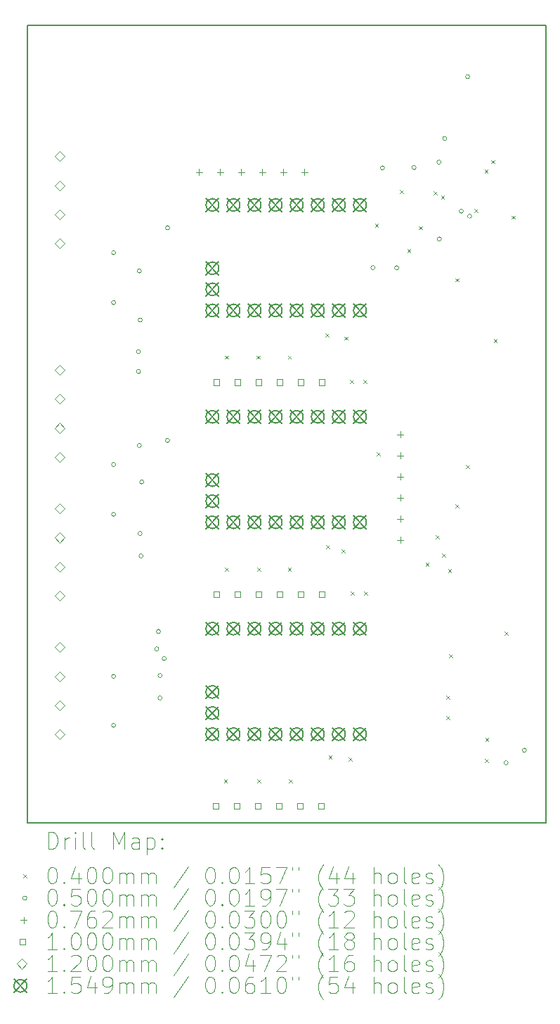
<source format=gbr>
%FSLAX45Y45*%
G04 Gerber Fmt 4.5, Leading zero omitted, Abs format (unit mm)*
G04 Created by KiCad (PCBNEW (5.99.0-1438-g3759799d1)) date 2020-05-11 10:33:17*
%MOMM*%
%LPD*%
G01*
G04 APERTURE LIST*
%TA.AperFunction,Profile*%
%ADD10C,0.200000*%
%TD*%
%ADD11C,-0.000001*%
%ADD12C,0.040000*%
%ADD13C,0.050000*%
%ADD14C,0.076200*%
%ADD15C,0.100000*%
%ADD16C,0.120000*%
%ADD17C,0.154940*%
G04 APERTURE END LIST*
D10*
X9400000Y-3500000D02*
X15650000Y-3500000D01*
X15650000Y-13100000D02*
X9400000Y-13100000D01*
X9400000Y-13100000D02*
X9400000Y-3500000D01*
X15650000Y-3500000D02*
X15650000Y-13100000D01*
D11*
D12*
X11770000Y-12580000D02*
X11810000Y-12620000D01*
X11810000Y-12580000D02*
X11770000Y-12620000D01*
X11780000Y-7480000D02*
X11820000Y-7520000D01*
X11820000Y-7480000D02*
X11780000Y-7520000D01*
X11780000Y-10030000D02*
X11820000Y-10070000D01*
X11820000Y-10030000D02*
X11780000Y-10070000D01*
X12160000Y-7480000D02*
X12200000Y-7520000D01*
X12200000Y-7480000D02*
X12160000Y-7520000D01*
X12170000Y-10030000D02*
X12210000Y-10070000D01*
X12210000Y-10030000D02*
X12170000Y-10070000D01*
X12170000Y-12580000D02*
X12210000Y-12620000D01*
X12210000Y-12580000D02*
X12170000Y-12620000D01*
X12540000Y-7480000D02*
X12580000Y-7520000D01*
X12580000Y-7480000D02*
X12540000Y-7520000D01*
X12540000Y-10030000D02*
X12580000Y-10070000D01*
X12580000Y-10030000D02*
X12540000Y-10070000D01*
X12550000Y-12580000D02*
X12590000Y-12620000D01*
X12590000Y-12580000D02*
X12550000Y-12620000D01*
X12990000Y-7210000D02*
X13030000Y-7250000D01*
X13030000Y-7210000D02*
X12990000Y-7250000D01*
X13000000Y-9760000D02*
X13040000Y-9800000D01*
X13040000Y-9760000D02*
X13000000Y-9800000D01*
X13030000Y-12290000D02*
X13070000Y-12330000D01*
X13070000Y-12290000D02*
X13030000Y-12330000D01*
X13190000Y-9810000D02*
X13230000Y-9850000D01*
X13230000Y-9810000D02*
X13190000Y-9850000D01*
X13220000Y-7250000D02*
X13260000Y-7290000D01*
X13260000Y-7250000D02*
X13220000Y-7290000D01*
X13270000Y-12320000D02*
X13310000Y-12360000D01*
X13310000Y-12320000D02*
X13270000Y-12360000D01*
X13290000Y-7770000D02*
X13330000Y-7810000D01*
X13330000Y-7770000D02*
X13290000Y-7810000D01*
X13300000Y-10320000D02*
X13340000Y-10360000D01*
X13340000Y-10320000D02*
X13300000Y-10360000D01*
X13450000Y-7770000D02*
X13490000Y-7810000D01*
X13490000Y-7770000D02*
X13450000Y-7810000D01*
X13460000Y-10320000D02*
X13500000Y-10360000D01*
X13500000Y-10320000D02*
X13460000Y-10360000D01*
X13590000Y-5890000D02*
X13630000Y-5930000D01*
X13630000Y-5890000D02*
X13590000Y-5930000D01*
X13610000Y-8640000D02*
X13650000Y-8680000D01*
X13650000Y-8640000D02*
X13610000Y-8680000D01*
X13890000Y-5485000D02*
X13930000Y-5525000D01*
X13930000Y-5485000D02*
X13890000Y-5525000D01*
X13980000Y-6195000D02*
X14020000Y-6235000D01*
X14020000Y-6195000D02*
X13980000Y-6235000D01*
X14120000Y-5920000D02*
X14160000Y-5960000D01*
X14160000Y-5920000D02*
X14120000Y-5960000D01*
X14200000Y-9970000D02*
X14240000Y-10010000D01*
X14240000Y-9970000D02*
X14200000Y-10010000D01*
X14295000Y-5502500D02*
X14335000Y-5542500D01*
X14335000Y-5502500D02*
X14295000Y-5542500D01*
X14320000Y-9640000D02*
X14360000Y-9680000D01*
X14360000Y-9640000D02*
X14320000Y-9680000D01*
X14385000Y-5555000D02*
X14425000Y-5595000D01*
X14425000Y-5555000D02*
X14385000Y-5595000D01*
X14400000Y-9860000D02*
X14440000Y-9900000D01*
X14440000Y-9860000D02*
X14400000Y-9900000D01*
X14450000Y-11570000D02*
X14490000Y-11610000D01*
X14490000Y-11570000D02*
X14450000Y-11610000D01*
X14450000Y-11820000D02*
X14490000Y-11860000D01*
X14490000Y-11820000D02*
X14450000Y-11860000D01*
X14470000Y-10050000D02*
X14510000Y-10090000D01*
X14510000Y-10050000D02*
X14470000Y-10090000D01*
X14480000Y-11070000D02*
X14520000Y-11110000D01*
X14520000Y-11070000D02*
X14480000Y-11110000D01*
X14560000Y-6547000D02*
X14600000Y-6587000D01*
X14600000Y-6547000D02*
X14560000Y-6587000D01*
X14560000Y-9270000D02*
X14600000Y-9310000D01*
X14600000Y-9270000D02*
X14560000Y-9310000D01*
X14689000Y-8796000D02*
X14729000Y-8836000D01*
X14729000Y-8796000D02*
X14689000Y-8836000D01*
X14790000Y-5715000D02*
X14830000Y-5755000D01*
X14830000Y-5715000D02*
X14790000Y-5755000D01*
X14910000Y-5240000D02*
X14950000Y-5280000D01*
X14950000Y-5240000D02*
X14910000Y-5280000D01*
X14916000Y-12335000D02*
X14956000Y-12375000D01*
X14956000Y-12335000D02*
X14916000Y-12375000D01*
X14920000Y-12080000D02*
X14960000Y-12120000D01*
X14960000Y-12080000D02*
X14920000Y-12120000D01*
X14990000Y-5125000D02*
X15030000Y-5165000D01*
X15030000Y-5125000D02*
X14990000Y-5165000D01*
X15020000Y-7280000D02*
X15060000Y-7320000D01*
X15060000Y-7280000D02*
X15020000Y-7320000D01*
X15150000Y-10800000D02*
X15190000Y-10840000D01*
X15190000Y-10800000D02*
X15150000Y-10840000D01*
X15235000Y-5795000D02*
X15275000Y-5835000D01*
X15275000Y-5795000D02*
X15235000Y-5835000D01*
D13*
X10465000Y-6240000D02*
G75*
G03*
X10465000Y-6240000I-25000J0D01*
G01*
X10465000Y-6840000D02*
G75*
G03*
X10465000Y-6840000I-25000J0D01*
G01*
X10465000Y-8790000D02*
G75*
G03*
X10465000Y-8790000I-25000J0D01*
G01*
X10465000Y-9390000D02*
G75*
G03*
X10465000Y-9390000I-25000J0D01*
G01*
X10465000Y-11340000D02*
G75*
G03*
X10465000Y-11340000I-25000J0D01*
G01*
X10465000Y-11930000D02*
G75*
G03*
X10465000Y-11930000I-25000J0D01*
G01*
X10765000Y-7430000D02*
G75*
G03*
X10765000Y-7430000I-25000J0D01*
G01*
X10765000Y-7670000D02*
G75*
G03*
X10765000Y-7670000I-25000J0D01*
G01*
X10775000Y-6460000D02*
G75*
G03*
X10775000Y-6460000I-25000J0D01*
G01*
X10775000Y-8560000D02*
G75*
G03*
X10775000Y-8560000I-25000J0D01*
G01*
X10785000Y-7050000D02*
G75*
G03*
X10785000Y-7050000I-25000J0D01*
G01*
X10785000Y-9620000D02*
G75*
G03*
X10785000Y-9620000I-25000J0D01*
G01*
X10795000Y-9890000D02*
G75*
G03*
X10795000Y-9890000I-25000J0D01*
G01*
X10805000Y-9000000D02*
G75*
G03*
X10805000Y-9000000I-25000J0D01*
G01*
X10985000Y-11010000D02*
G75*
G03*
X10985000Y-11010000I-25000J0D01*
G01*
X11005000Y-10800000D02*
G75*
G03*
X11005000Y-10800000I-25000J0D01*
G01*
X11025000Y-11330000D02*
G75*
G03*
X11025000Y-11330000I-25000J0D01*
G01*
X11025000Y-11600000D02*
G75*
G03*
X11025000Y-11600000I-25000J0D01*
G01*
X11075000Y-11125000D02*
G75*
G03*
X11075000Y-11125000I-25000J0D01*
G01*
X11115000Y-5940000D02*
G75*
G03*
X11115000Y-5940000I-25000J0D01*
G01*
X11115000Y-8500000D02*
G75*
G03*
X11115000Y-8500000I-25000J0D01*
G01*
X13590000Y-6420000D02*
G75*
G03*
X13590000Y-6420000I-25000J0D01*
G01*
X13705000Y-5220000D02*
G75*
G03*
X13705000Y-5220000I-25000J0D01*
G01*
X13876967Y-6421967D02*
G75*
G03*
X13876967Y-6421967I-25000J0D01*
G01*
X14085000Y-5215000D02*
G75*
G03*
X14085000Y-5215000I-25000J0D01*
G01*
X14385000Y-5150000D02*
G75*
G03*
X14385000Y-5150000I-25000J0D01*
G01*
X14390000Y-6075000D02*
G75*
G03*
X14390000Y-6075000I-25000J0D01*
G01*
X14455000Y-4865000D02*
G75*
G03*
X14455000Y-4865000I-25000J0D01*
G01*
X14655000Y-5740000D02*
G75*
G03*
X14655000Y-5740000I-25000J0D01*
G01*
X14730000Y-4120000D02*
G75*
G03*
X14730000Y-4120000I-25000J0D01*
G01*
X14755000Y-5800000D02*
G75*
G03*
X14755000Y-5800000I-25000J0D01*
G01*
X15195000Y-12380000D02*
G75*
G03*
X15195000Y-12380000I-25000J0D01*
G01*
X15415000Y-12230000D02*
G75*
G03*
X15415000Y-12230000I-25000J0D01*
G01*
D14*
X13895000Y-8391900D02*
X13895000Y-8468100D01*
X13856900Y-8430000D02*
X13933100Y-8430000D01*
X13895000Y-8645900D02*
X13895000Y-8722100D01*
X13856900Y-8684000D02*
X13933100Y-8684000D01*
X13895000Y-8899900D02*
X13895000Y-8976100D01*
X13856900Y-8938000D02*
X13933100Y-8938000D01*
X13895000Y-9153900D02*
X13895000Y-9230100D01*
X13856900Y-9192000D02*
X13933100Y-9192000D01*
X13895000Y-9407900D02*
X13895000Y-9484100D01*
X13856900Y-9446000D02*
X13933100Y-9446000D01*
X13895000Y-9661900D02*
X13895000Y-9738100D01*
X13856900Y-9700000D02*
X13933100Y-9700000D01*
X11470000Y-5231900D02*
X11470000Y-5308100D01*
X11431900Y-5270000D02*
X11508100Y-5270000D01*
X11724000Y-5231900D02*
X11724000Y-5308100D01*
X11685900Y-5270000D02*
X11762100Y-5270000D01*
X11978000Y-5231900D02*
X11978000Y-5308100D01*
X11939900Y-5270000D02*
X12016100Y-5270000D01*
X12232000Y-5231900D02*
X12232000Y-5308100D01*
X12193900Y-5270000D02*
X12270100Y-5270000D01*
X12486000Y-5231900D02*
X12486000Y-5308100D01*
X12447900Y-5270000D02*
X12524100Y-5270000D01*
X12740000Y-5231900D02*
X12740000Y-5308100D01*
X12701900Y-5270000D02*
X12778100Y-5270000D01*
D15*
X11715356Y-10385356D02*
X11715356Y-10314644D01*
X11644644Y-10314644D01*
X11644644Y-10385356D01*
X11715356Y-10385356D01*
X11969356Y-10385356D02*
X11969356Y-10314644D01*
X11898644Y-10314644D01*
X11898644Y-10385356D01*
X11969356Y-10385356D01*
X12223356Y-10385356D02*
X12223356Y-10314644D01*
X12152644Y-10314644D01*
X12152644Y-10385356D01*
X12223356Y-10385356D01*
X12477356Y-10385356D02*
X12477356Y-10314644D01*
X12406644Y-10314644D01*
X12406644Y-10385356D01*
X12477356Y-10385356D01*
X12731356Y-10385356D02*
X12731356Y-10314644D01*
X12660644Y-10314644D01*
X12660644Y-10385356D01*
X12731356Y-10385356D01*
X12985356Y-10385356D02*
X12985356Y-10314644D01*
X12914644Y-10314644D01*
X12914644Y-10385356D01*
X12985356Y-10385356D01*
X11715356Y-7835356D02*
X11715356Y-7764644D01*
X11644644Y-7764644D01*
X11644644Y-7835356D01*
X11715356Y-7835356D01*
X11969356Y-7835356D02*
X11969356Y-7764644D01*
X11898644Y-7764644D01*
X11898644Y-7835356D01*
X11969356Y-7835356D01*
X12223356Y-7835356D02*
X12223356Y-7764644D01*
X12152644Y-7764644D01*
X12152644Y-7835356D01*
X12223356Y-7835356D01*
X12477356Y-7835356D02*
X12477356Y-7764644D01*
X12406644Y-7764644D01*
X12406644Y-7835356D01*
X12477356Y-7835356D01*
X12731356Y-7835356D02*
X12731356Y-7764644D01*
X12660644Y-7764644D01*
X12660644Y-7835356D01*
X12731356Y-7835356D01*
X12985356Y-7835356D02*
X12985356Y-7764644D01*
X12914644Y-7764644D01*
X12914644Y-7835356D01*
X12985356Y-7835356D01*
X11705356Y-12935356D02*
X11705356Y-12864644D01*
X11634644Y-12864644D01*
X11634644Y-12935356D01*
X11705356Y-12935356D01*
X11959356Y-12935356D02*
X11959356Y-12864644D01*
X11888644Y-12864644D01*
X11888644Y-12935356D01*
X11959356Y-12935356D01*
X12213356Y-12935356D02*
X12213356Y-12864644D01*
X12142644Y-12864644D01*
X12142644Y-12935356D01*
X12213356Y-12935356D01*
X12467356Y-12935356D02*
X12467356Y-12864644D01*
X12396644Y-12864644D01*
X12396644Y-12935356D01*
X12467356Y-12935356D01*
X12721356Y-12935356D02*
X12721356Y-12864644D01*
X12650644Y-12864644D01*
X12650644Y-12935356D01*
X12721356Y-12935356D01*
X12975356Y-12935356D02*
X12975356Y-12864644D01*
X12904644Y-12864644D01*
X12904644Y-12935356D01*
X12975356Y-12935356D01*
D16*
X9790000Y-11050000D02*
X9850000Y-10990000D01*
X9790000Y-10930000D01*
X9730000Y-10990000D01*
X9790000Y-11050000D01*
X9790000Y-11400000D02*
X9850000Y-11340000D01*
X9790000Y-11280000D01*
X9730000Y-11340000D01*
X9790000Y-11400000D01*
X9790000Y-11750000D02*
X9850000Y-11690000D01*
X9790000Y-11630000D01*
X9730000Y-11690000D01*
X9790000Y-11750000D01*
X9790000Y-12100000D02*
X9850000Y-12040000D01*
X9790000Y-11980000D01*
X9730000Y-12040000D01*
X9790000Y-12100000D01*
X9790000Y-9380000D02*
X9850000Y-9320000D01*
X9790000Y-9260000D01*
X9730000Y-9320000D01*
X9790000Y-9380000D01*
X9790000Y-9730000D02*
X9850000Y-9670000D01*
X9790000Y-9610000D01*
X9730000Y-9670000D01*
X9790000Y-9730000D01*
X9790000Y-10080000D02*
X9850000Y-10020000D01*
X9790000Y-9960000D01*
X9730000Y-10020000D01*
X9790000Y-10080000D01*
X9790000Y-10430000D02*
X9850000Y-10370000D01*
X9790000Y-10310000D01*
X9730000Y-10370000D01*
X9790000Y-10430000D01*
X9790000Y-5140000D02*
X9850000Y-5080000D01*
X9790000Y-5020000D01*
X9730000Y-5080000D01*
X9790000Y-5140000D01*
X9790000Y-5490000D02*
X9850000Y-5430000D01*
X9790000Y-5370000D01*
X9730000Y-5430000D01*
X9790000Y-5490000D01*
X9790000Y-5840000D02*
X9850000Y-5780000D01*
X9790000Y-5720000D01*
X9730000Y-5780000D01*
X9790000Y-5840000D01*
X9790000Y-6190000D02*
X9850000Y-6130000D01*
X9790000Y-6070000D01*
X9730000Y-6130000D01*
X9790000Y-6190000D01*
X9790000Y-7710000D02*
X9850000Y-7650000D01*
X9790000Y-7590000D01*
X9730000Y-7650000D01*
X9790000Y-7710000D01*
X9790000Y-8060000D02*
X9850000Y-8000000D01*
X9790000Y-7940000D01*
X9730000Y-8000000D01*
X9790000Y-8060000D01*
X9790000Y-8410000D02*
X9850000Y-8350000D01*
X9790000Y-8290000D01*
X9730000Y-8350000D01*
X9790000Y-8410000D01*
X9790000Y-8760000D02*
X9850000Y-8700000D01*
X9790000Y-8640000D01*
X9730000Y-8700000D01*
X9790000Y-8760000D01*
D17*
X11553530Y-10687530D02*
X11708470Y-10842470D01*
X11708470Y-10687530D02*
X11553530Y-10842470D01*
X11708470Y-10765000D02*
G75*
G03*
X11708470Y-10765000I-77470J0D01*
G01*
X11553530Y-11449530D02*
X11708470Y-11604470D01*
X11708470Y-11449530D02*
X11553530Y-11604470D01*
X11708470Y-11527000D02*
G75*
G03*
X11708470Y-11527000I-77470J0D01*
G01*
X11553530Y-11703530D02*
X11708470Y-11858470D01*
X11708470Y-11703530D02*
X11553530Y-11858470D01*
X11708470Y-11781000D02*
G75*
G03*
X11708470Y-11781000I-77470J0D01*
G01*
X11553530Y-11957530D02*
X11708470Y-12112470D01*
X11708470Y-11957530D02*
X11553530Y-12112470D01*
X11708470Y-12035000D02*
G75*
G03*
X11708470Y-12035000I-77470J0D01*
G01*
X11807530Y-10687530D02*
X11962470Y-10842470D01*
X11962470Y-10687530D02*
X11807530Y-10842470D01*
X11962470Y-10765000D02*
G75*
G03*
X11962470Y-10765000I-77470J0D01*
G01*
X11807530Y-11957530D02*
X11962470Y-12112470D01*
X11962470Y-11957530D02*
X11807530Y-12112470D01*
X11962470Y-12035000D02*
G75*
G03*
X11962470Y-12035000I-77470J0D01*
G01*
X12061530Y-10687530D02*
X12216470Y-10842470D01*
X12216470Y-10687530D02*
X12061530Y-10842470D01*
X12216470Y-10765000D02*
G75*
G03*
X12216470Y-10765000I-77470J0D01*
G01*
X12061530Y-11957530D02*
X12216470Y-12112470D01*
X12216470Y-11957530D02*
X12061530Y-12112470D01*
X12216470Y-12035000D02*
G75*
G03*
X12216470Y-12035000I-77470J0D01*
G01*
X12315530Y-10687530D02*
X12470470Y-10842470D01*
X12470470Y-10687530D02*
X12315530Y-10842470D01*
X12470470Y-10765000D02*
G75*
G03*
X12470470Y-10765000I-77470J0D01*
G01*
X12315530Y-11957530D02*
X12470470Y-12112470D01*
X12470470Y-11957530D02*
X12315530Y-12112470D01*
X12470470Y-12035000D02*
G75*
G03*
X12470470Y-12035000I-77470J0D01*
G01*
X12569530Y-10687530D02*
X12724470Y-10842470D01*
X12724470Y-10687530D02*
X12569530Y-10842470D01*
X12724470Y-10765000D02*
G75*
G03*
X12724470Y-10765000I-77470J0D01*
G01*
X12569530Y-11957530D02*
X12724470Y-12112470D01*
X12724470Y-11957530D02*
X12569530Y-12112470D01*
X12724470Y-12035000D02*
G75*
G03*
X12724470Y-12035000I-77470J0D01*
G01*
X12823530Y-10687530D02*
X12978470Y-10842470D01*
X12978470Y-10687530D02*
X12823530Y-10842470D01*
X12978470Y-10765000D02*
G75*
G03*
X12978470Y-10765000I-77470J0D01*
G01*
X12823530Y-11957530D02*
X12978470Y-12112470D01*
X12978470Y-11957530D02*
X12823530Y-12112470D01*
X12978470Y-12035000D02*
G75*
G03*
X12978470Y-12035000I-77470J0D01*
G01*
X13077530Y-10687530D02*
X13232470Y-10842470D01*
X13232470Y-10687530D02*
X13077530Y-10842470D01*
X13232470Y-10765000D02*
G75*
G03*
X13232470Y-10765000I-77470J0D01*
G01*
X13077530Y-11957530D02*
X13232470Y-12112470D01*
X13232470Y-11957530D02*
X13077530Y-12112470D01*
X13232470Y-12035000D02*
G75*
G03*
X13232470Y-12035000I-77470J0D01*
G01*
X13331530Y-10687530D02*
X13486470Y-10842470D01*
X13486470Y-10687530D02*
X13331530Y-10842470D01*
X13486470Y-10765000D02*
G75*
G03*
X13486470Y-10765000I-77470J0D01*
G01*
X13331530Y-11957530D02*
X13486470Y-12112470D01*
X13486470Y-11957530D02*
X13331530Y-12112470D01*
X13486470Y-12035000D02*
G75*
G03*
X13486470Y-12035000I-77470J0D01*
G01*
X11553530Y-8137530D02*
X11708470Y-8292470D01*
X11708470Y-8137530D02*
X11553530Y-8292470D01*
X11708470Y-8215000D02*
G75*
G03*
X11708470Y-8215000I-77470J0D01*
G01*
X11553530Y-8899530D02*
X11708470Y-9054470D01*
X11708470Y-8899530D02*
X11553530Y-9054470D01*
X11708470Y-8977000D02*
G75*
G03*
X11708470Y-8977000I-77470J0D01*
G01*
X11553530Y-9153530D02*
X11708470Y-9308470D01*
X11708470Y-9153530D02*
X11553530Y-9308470D01*
X11708470Y-9231000D02*
G75*
G03*
X11708470Y-9231000I-77470J0D01*
G01*
X11553530Y-9407530D02*
X11708470Y-9562470D01*
X11708470Y-9407530D02*
X11553530Y-9562470D01*
X11708470Y-9485000D02*
G75*
G03*
X11708470Y-9485000I-77470J0D01*
G01*
X11807530Y-8137530D02*
X11962470Y-8292470D01*
X11962470Y-8137530D02*
X11807530Y-8292470D01*
X11962470Y-8215000D02*
G75*
G03*
X11962470Y-8215000I-77470J0D01*
G01*
X11807530Y-9407530D02*
X11962470Y-9562470D01*
X11962470Y-9407530D02*
X11807530Y-9562470D01*
X11962470Y-9485000D02*
G75*
G03*
X11962470Y-9485000I-77470J0D01*
G01*
X12061530Y-8137530D02*
X12216470Y-8292470D01*
X12216470Y-8137530D02*
X12061530Y-8292470D01*
X12216470Y-8215000D02*
G75*
G03*
X12216470Y-8215000I-77470J0D01*
G01*
X12061530Y-9407530D02*
X12216470Y-9562470D01*
X12216470Y-9407530D02*
X12061530Y-9562470D01*
X12216470Y-9485000D02*
G75*
G03*
X12216470Y-9485000I-77470J0D01*
G01*
X12315530Y-8137530D02*
X12470470Y-8292470D01*
X12470470Y-8137530D02*
X12315530Y-8292470D01*
X12470470Y-8215000D02*
G75*
G03*
X12470470Y-8215000I-77470J0D01*
G01*
X12315530Y-9407530D02*
X12470470Y-9562470D01*
X12470470Y-9407530D02*
X12315530Y-9562470D01*
X12470470Y-9485000D02*
G75*
G03*
X12470470Y-9485000I-77470J0D01*
G01*
X12569530Y-8137530D02*
X12724470Y-8292470D01*
X12724470Y-8137530D02*
X12569530Y-8292470D01*
X12724470Y-8215000D02*
G75*
G03*
X12724470Y-8215000I-77470J0D01*
G01*
X12569530Y-9407530D02*
X12724470Y-9562470D01*
X12724470Y-9407530D02*
X12569530Y-9562470D01*
X12724470Y-9485000D02*
G75*
G03*
X12724470Y-9485000I-77470J0D01*
G01*
X12823530Y-8137530D02*
X12978470Y-8292470D01*
X12978470Y-8137530D02*
X12823530Y-8292470D01*
X12978470Y-8215000D02*
G75*
G03*
X12978470Y-8215000I-77470J0D01*
G01*
X12823530Y-9407530D02*
X12978470Y-9562470D01*
X12978470Y-9407530D02*
X12823530Y-9562470D01*
X12978470Y-9485000D02*
G75*
G03*
X12978470Y-9485000I-77470J0D01*
G01*
X13077530Y-8137530D02*
X13232470Y-8292470D01*
X13232470Y-8137530D02*
X13077530Y-8292470D01*
X13232470Y-8215000D02*
G75*
G03*
X13232470Y-8215000I-77470J0D01*
G01*
X13077530Y-9407530D02*
X13232470Y-9562470D01*
X13232470Y-9407530D02*
X13077530Y-9562470D01*
X13232470Y-9485000D02*
G75*
G03*
X13232470Y-9485000I-77470J0D01*
G01*
X13331530Y-8137530D02*
X13486470Y-8292470D01*
X13486470Y-8137530D02*
X13331530Y-8292470D01*
X13486470Y-8215000D02*
G75*
G03*
X13486470Y-8215000I-77470J0D01*
G01*
X13331530Y-9407530D02*
X13486470Y-9562470D01*
X13486470Y-9407530D02*
X13331530Y-9562470D01*
X13486470Y-9485000D02*
G75*
G03*
X13486470Y-9485000I-77470J0D01*
G01*
X11553530Y-5587530D02*
X11708470Y-5742470D01*
X11708470Y-5587530D02*
X11553530Y-5742470D01*
X11708470Y-5665000D02*
G75*
G03*
X11708470Y-5665000I-77470J0D01*
G01*
X11553530Y-6349530D02*
X11708470Y-6504470D01*
X11708470Y-6349530D02*
X11553530Y-6504470D01*
X11708470Y-6427000D02*
G75*
G03*
X11708470Y-6427000I-77470J0D01*
G01*
X11553530Y-6603530D02*
X11708470Y-6758470D01*
X11708470Y-6603530D02*
X11553530Y-6758470D01*
X11708470Y-6681000D02*
G75*
G03*
X11708470Y-6681000I-77470J0D01*
G01*
X11553530Y-6857530D02*
X11708470Y-7012470D01*
X11708470Y-6857530D02*
X11553530Y-7012470D01*
X11708470Y-6935000D02*
G75*
G03*
X11708470Y-6935000I-77470J0D01*
G01*
X11807530Y-5587530D02*
X11962470Y-5742470D01*
X11962470Y-5587530D02*
X11807530Y-5742470D01*
X11962470Y-5665000D02*
G75*
G03*
X11962470Y-5665000I-77470J0D01*
G01*
X11807530Y-6857530D02*
X11962470Y-7012470D01*
X11962470Y-6857530D02*
X11807530Y-7012470D01*
X11962470Y-6935000D02*
G75*
G03*
X11962470Y-6935000I-77470J0D01*
G01*
X12061530Y-5587530D02*
X12216470Y-5742470D01*
X12216470Y-5587530D02*
X12061530Y-5742470D01*
X12216470Y-5665000D02*
G75*
G03*
X12216470Y-5665000I-77470J0D01*
G01*
X12061530Y-6857530D02*
X12216470Y-7012470D01*
X12216470Y-6857530D02*
X12061530Y-7012470D01*
X12216470Y-6935000D02*
G75*
G03*
X12216470Y-6935000I-77470J0D01*
G01*
X12315530Y-5587530D02*
X12470470Y-5742470D01*
X12470470Y-5587530D02*
X12315530Y-5742470D01*
X12470470Y-5665000D02*
G75*
G03*
X12470470Y-5665000I-77470J0D01*
G01*
X12315530Y-6857530D02*
X12470470Y-7012470D01*
X12470470Y-6857530D02*
X12315530Y-7012470D01*
X12470470Y-6935000D02*
G75*
G03*
X12470470Y-6935000I-77470J0D01*
G01*
X12569530Y-5587530D02*
X12724470Y-5742470D01*
X12724470Y-5587530D02*
X12569530Y-5742470D01*
X12724470Y-5665000D02*
G75*
G03*
X12724470Y-5665000I-77470J0D01*
G01*
X12569530Y-6857530D02*
X12724470Y-7012470D01*
X12724470Y-6857530D02*
X12569530Y-7012470D01*
X12724470Y-6935000D02*
G75*
G03*
X12724470Y-6935000I-77470J0D01*
G01*
X12823530Y-5587530D02*
X12978470Y-5742470D01*
X12978470Y-5587530D02*
X12823530Y-5742470D01*
X12978470Y-5665000D02*
G75*
G03*
X12978470Y-5665000I-77470J0D01*
G01*
X12823530Y-6857530D02*
X12978470Y-7012470D01*
X12978470Y-6857530D02*
X12823530Y-7012470D01*
X12978470Y-6935000D02*
G75*
G03*
X12978470Y-6935000I-77470J0D01*
G01*
X13077530Y-5587530D02*
X13232470Y-5742470D01*
X13232470Y-5587530D02*
X13077530Y-5742470D01*
X13232470Y-5665000D02*
G75*
G03*
X13232470Y-5665000I-77470J0D01*
G01*
X13077530Y-6857530D02*
X13232470Y-7012470D01*
X13232470Y-6857530D02*
X13077530Y-7012470D01*
X13232470Y-6935000D02*
G75*
G03*
X13232470Y-6935000I-77470J0D01*
G01*
X13331530Y-5587530D02*
X13486470Y-5742470D01*
X13486470Y-5587530D02*
X13331530Y-5742470D01*
X13486470Y-5665000D02*
G75*
G03*
X13486470Y-5665000I-77470J0D01*
G01*
X13331530Y-6857530D02*
X13486470Y-7012470D01*
X13486470Y-6857530D02*
X13331530Y-7012470D01*
X13486470Y-6935000D02*
G75*
G03*
X13486470Y-6935000I-77470J0D01*
G01*
D11*
X9652619Y-13415476D02*
X9652619Y-13215476D01*
X9700238Y-13215476D01*
X9728809Y-13225000D01*
X9747857Y-13244048D01*
X9757381Y-13263095D01*
X9766905Y-13301190D01*
X9766905Y-13329762D01*
X9757381Y-13367857D01*
X9747857Y-13386905D01*
X9728809Y-13405952D01*
X9700238Y-13415476D01*
X9652619Y-13415476D01*
X9852619Y-13415476D02*
X9852619Y-13282143D01*
X9852619Y-13320238D02*
X9862143Y-13301190D01*
X9871667Y-13291667D01*
X9890714Y-13282143D01*
X9909762Y-13282143D01*
X9976428Y-13415476D02*
X9976428Y-13282143D01*
X9976428Y-13215476D02*
X9966905Y-13225000D01*
X9976428Y-13234524D01*
X9985952Y-13225000D01*
X9976428Y-13215476D01*
X9976428Y-13234524D01*
X10100238Y-13415476D02*
X10081190Y-13405952D01*
X10071667Y-13386905D01*
X10071667Y-13215476D01*
X10205000Y-13415476D02*
X10185952Y-13405952D01*
X10176428Y-13386905D01*
X10176428Y-13215476D01*
X10433571Y-13415476D02*
X10433571Y-13215476D01*
X10500238Y-13358333D01*
X10566905Y-13215476D01*
X10566905Y-13415476D01*
X10747857Y-13415476D02*
X10747857Y-13310714D01*
X10738333Y-13291667D01*
X10719286Y-13282143D01*
X10681190Y-13282143D01*
X10662143Y-13291667D01*
X10747857Y-13405952D02*
X10728809Y-13415476D01*
X10681190Y-13415476D01*
X10662143Y-13405952D01*
X10652619Y-13386905D01*
X10652619Y-13367857D01*
X10662143Y-13348810D01*
X10681190Y-13339286D01*
X10728809Y-13339286D01*
X10747857Y-13329762D01*
X10843095Y-13282143D02*
X10843095Y-13482143D01*
X10843095Y-13291667D02*
X10862143Y-13282143D01*
X10900238Y-13282143D01*
X10919286Y-13291667D01*
X10928809Y-13301190D01*
X10938333Y-13320238D01*
X10938333Y-13377381D01*
X10928809Y-13396429D01*
X10919286Y-13405952D01*
X10900238Y-13415476D01*
X10862143Y-13415476D01*
X10843095Y-13405952D01*
X11024048Y-13396429D02*
X11033571Y-13405952D01*
X11024048Y-13415476D01*
X11014524Y-13405952D01*
X11024048Y-13396429D01*
X11024048Y-13415476D01*
X11024048Y-13291667D02*
X11033571Y-13301190D01*
X11024048Y-13310714D01*
X11014524Y-13301190D01*
X11024048Y-13291667D01*
X11024048Y-13310714D01*
D12*
X9355000Y-13725000D02*
X9395000Y-13765000D01*
X9395000Y-13725000D02*
X9355000Y-13765000D01*
D11*
X9690714Y-13635476D02*
X9709762Y-13635476D01*
X9728809Y-13645000D01*
X9738333Y-13654524D01*
X9747857Y-13673571D01*
X9757381Y-13711667D01*
X9757381Y-13759286D01*
X9747857Y-13797381D01*
X9738333Y-13816429D01*
X9728809Y-13825952D01*
X9709762Y-13835476D01*
X9690714Y-13835476D01*
X9671667Y-13825952D01*
X9662143Y-13816429D01*
X9652619Y-13797381D01*
X9643095Y-13759286D01*
X9643095Y-13711667D01*
X9652619Y-13673571D01*
X9662143Y-13654524D01*
X9671667Y-13645000D01*
X9690714Y-13635476D01*
X9843095Y-13816429D02*
X9852619Y-13825952D01*
X9843095Y-13835476D01*
X9833571Y-13825952D01*
X9843095Y-13816429D01*
X9843095Y-13835476D01*
X10024048Y-13702143D02*
X10024048Y-13835476D01*
X9976428Y-13625952D02*
X9928809Y-13768810D01*
X10052619Y-13768810D01*
X10166905Y-13635476D02*
X10185952Y-13635476D01*
X10205000Y-13645000D01*
X10214524Y-13654524D01*
X10224048Y-13673571D01*
X10233571Y-13711667D01*
X10233571Y-13759286D01*
X10224048Y-13797381D01*
X10214524Y-13816429D01*
X10205000Y-13825952D01*
X10185952Y-13835476D01*
X10166905Y-13835476D01*
X10147857Y-13825952D01*
X10138333Y-13816429D01*
X10128809Y-13797381D01*
X10119286Y-13759286D01*
X10119286Y-13711667D01*
X10128809Y-13673571D01*
X10138333Y-13654524D01*
X10147857Y-13645000D01*
X10166905Y-13635476D01*
X10357381Y-13635476D02*
X10376428Y-13635476D01*
X10395476Y-13645000D01*
X10405000Y-13654524D01*
X10414524Y-13673571D01*
X10424048Y-13711667D01*
X10424048Y-13759286D01*
X10414524Y-13797381D01*
X10405000Y-13816429D01*
X10395476Y-13825952D01*
X10376428Y-13835476D01*
X10357381Y-13835476D01*
X10338333Y-13825952D01*
X10328809Y-13816429D01*
X10319286Y-13797381D01*
X10309762Y-13759286D01*
X10309762Y-13711667D01*
X10319286Y-13673571D01*
X10328809Y-13654524D01*
X10338333Y-13645000D01*
X10357381Y-13635476D01*
X10509762Y-13835476D02*
X10509762Y-13702143D01*
X10509762Y-13721190D02*
X10519286Y-13711667D01*
X10538333Y-13702143D01*
X10566905Y-13702143D01*
X10585952Y-13711667D01*
X10595476Y-13730714D01*
X10595476Y-13835476D01*
X10595476Y-13730714D02*
X10605000Y-13711667D01*
X10624048Y-13702143D01*
X10652619Y-13702143D01*
X10671667Y-13711667D01*
X10681190Y-13730714D01*
X10681190Y-13835476D01*
X10776428Y-13835476D02*
X10776428Y-13702143D01*
X10776428Y-13721190D02*
X10785952Y-13711667D01*
X10805000Y-13702143D01*
X10833571Y-13702143D01*
X10852619Y-13711667D01*
X10862143Y-13730714D01*
X10862143Y-13835476D01*
X10862143Y-13730714D02*
X10871667Y-13711667D01*
X10890714Y-13702143D01*
X10919286Y-13702143D01*
X10938333Y-13711667D01*
X10947857Y-13730714D01*
X10947857Y-13835476D01*
X11338333Y-13625952D02*
X11166905Y-13883095D01*
X11595476Y-13635476D02*
X11614524Y-13635476D01*
X11633571Y-13645000D01*
X11643095Y-13654524D01*
X11652619Y-13673571D01*
X11662143Y-13711667D01*
X11662143Y-13759286D01*
X11652619Y-13797381D01*
X11643095Y-13816429D01*
X11633571Y-13825952D01*
X11614524Y-13835476D01*
X11595476Y-13835476D01*
X11576428Y-13825952D01*
X11566905Y-13816429D01*
X11557381Y-13797381D01*
X11547857Y-13759286D01*
X11547857Y-13711667D01*
X11557381Y-13673571D01*
X11566905Y-13654524D01*
X11576428Y-13645000D01*
X11595476Y-13635476D01*
X11747857Y-13816429D02*
X11757381Y-13825952D01*
X11747857Y-13835476D01*
X11738333Y-13825952D01*
X11747857Y-13816429D01*
X11747857Y-13835476D01*
X11881190Y-13635476D02*
X11900238Y-13635476D01*
X11919286Y-13645000D01*
X11928809Y-13654524D01*
X11938333Y-13673571D01*
X11947857Y-13711667D01*
X11947857Y-13759286D01*
X11938333Y-13797381D01*
X11928809Y-13816429D01*
X11919286Y-13825952D01*
X11900238Y-13835476D01*
X11881190Y-13835476D01*
X11862143Y-13825952D01*
X11852619Y-13816429D01*
X11843095Y-13797381D01*
X11833571Y-13759286D01*
X11833571Y-13711667D01*
X11843095Y-13673571D01*
X11852619Y-13654524D01*
X11862143Y-13645000D01*
X11881190Y-13635476D01*
X12138333Y-13835476D02*
X12024047Y-13835476D01*
X12081190Y-13835476D02*
X12081190Y-13635476D01*
X12062143Y-13664048D01*
X12043095Y-13683095D01*
X12024047Y-13692619D01*
X12319286Y-13635476D02*
X12224047Y-13635476D01*
X12214524Y-13730714D01*
X12224047Y-13721190D01*
X12243095Y-13711667D01*
X12290714Y-13711667D01*
X12309762Y-13721190D01*
X12319286Y-13730714D01*
X12328809Y-13749762D01*
X12328809Y-13797381D01*
X12319286Y-13816429D01*
X12309762Y-13825952D01*
X12290714Y-13835476D01*
X12243095Y-13835476D01*
X12224047Y-13825952D01*
X12214524Y-13816429D01*
X12395476Y-13635476D02*
X12528809Y-13635476D01*
X12443095Y-13835476D01*
X12595476Y-13635476D02*
X12595476Y-13673571D01*
X12671666Y-13635476D02*
X12671666Y-13673571D01*
X12966905Y-13911667D02*
X12957381Y-13902143D01*
X12938333Y-13873571D01*
X12928809Y-13854524D01*
X12919286Y-13825952D01*
X12909762Y-13778333D01*
X12909762Y-13740238D01*
X12919286Y-13692619D01*
X12928809Y-13664048D01*
X12938333Y-13645000D01*
X12957381Y-13616429D01*
X12966905Y-13606905D01*
X13128809Y-13702143D02*
X13128809Y-13835476D01*
X13081190Y-13625952D02*
X13033571Y-13768810D01*
X13157381Y-13768810D01*
X13319286Y-13702143D02*
X13319286Y-13835476D01*
X13271666Y-13625952D02*
X13224047Y-13768810D01*
X13347857Y-13768810D01*
X13576428Y-13835476D02*
X13576428Y-13635476D01*
X13662143Y-13835476D02*
X13662143Y-13730714D01*
X13652619Y-13711667D01*
X13633571Y-13702143D01*
X13605000Y-13702143D01*
X13585952Y-13711667D01*
X13576428Y-13721190D01*
X13785952Y-13835476D02*
X13766905Y-13825952D01*
X13757381Y-13816429D01*
X13747857Y-13797381D01*
X13747857Y-13740238D01*
X13757381Y-13721190D01*
X13766905Y-13711667D01*
X13785952Y-13702143D01*
X13814524Y-13702143D01*
X13833571Y-13711667D01*
X13843095Y-13721190D01*
X13852619Y-13740238D01*
X13852619Y-13797381D01*
X13843095Y-13816429D01*
X13833571Y-13825952D01*
X13814524Y-13835476D01*
X13785952Y-13835476D01*
X13966905Y-13835476D02*
X13947857Y-13825952D01*
X13938333Y-13806905D01*
X13938333Y-13635476D01*
X14119286Y-13825952D02*
X14100238Y-13835476D01*
X14062143Y-13835476D01*
X14043095Y-13825952D01*
X14033571Y-13806905D01*
X14033571Y-13730714D01*
X14043095Y-13711667D01*
X14062143Y-13702143D01*
X14100238Y-13702143D01*
X14119286Y-13711667D01*
X14128809Y-13730714D01*
X14128809Y-13749762D01*
X14033571Y-13768810D01*
X14205000Y-13825952D02*
X14224047Y-13835476D01*
X14262143Y-13835476D01*
X14281190Y-13825952D01*
X14290714Y-13806905D01*
X14290714Y-13797381D01*
X14281190Y-13778333D01*
X14262143Y-13768810D01*
X14233571Y-13768810D01*
X14214524Y-13759286D01*
X14205000Y-13740238D01*
X14205000Y-13730714D01*
X14214524Y-13711667D01*
X14233571Y-13702143D01*
X14262143Y-13702143D01*
X14281190Y-13711667D01*
X14357381Y-13911667D02*
X14366905Y-13902143D01*
X14385952Y-13873571D01*
X14395476Y-13854524D01*
X14405000Y-13825952D01*
X14414524Y-13778333D01*
X14414524Y-13740238D01*
X14405000Y-13692619D01*
X14395476Y-13664048D01*
X14385952Y-13645000D01*
X14366905Y-13616429D01*
X14357381Y-13606905D01*
D13*
X9395000Y-14009000D02*
G75*
G03*
X9395000Y-14009000I-25000J0D01*
G01*
D11*
X9690714Y-13899476D02*
X9709762Y-13899476D01*
X9728809Y-13909000D01*
X9738333Y-13918524D01*
X9747857Y-13937571D01*
X9757381Y-13975667D01*
X9757381Y-14023286D01*
X9747857Y-14061381D01*
X9738333Y-14080429D01*
X9728809Y-14089952D01*
X9709762Y-14099476D01*
X9690714Y-14099476D01*
X9671667Y-14089952D01*
X9662143Y-14080429D01*
X9652619Y-14061381D01*
X9643095Y-14023286D01*
X9643095Y-13975667D01*
X9652619Y-13937571D01*
X9662143Y-13918524D01*
X9671667Y-13909000D01*
X9690714Y-13899476D01*
X9843095Y-14080429D02*
X9852619Y-14089952D01*
X9843095Y-14099476D01*
X9833571Y-14089952D01*
X9843095Y-14080429D01*
X9843095Y-14099476D01*
X10033571Y-13899476D02*
X9938333Y-13899476D01*
X9928809Y-13994714D01*
X9938333Y-13985190D01*
X9957381Y-13975667D01*
X10005000Y-13975667D01*
X10024048Y-13985190D01*
X10033571Y-13994714D01*
X10043095Y-14013762D01*
X10043095Y-14061381D01*
X10033571Y-14080429D01*
X10024048Y-14089952D01*
X10005000Y-14099476D01*
X9957381Y-14099476D01*
X9938333Y-14089952D01*
X9928809Y-14080429D01*
X10166905Y-13899476D02*
X10185952Y-13899476D01*
X10205000Y-13909000D01*
X10214524Y-13918524D01*
X10224048Y-13937571D01*
X10233571Y-13975667D01*
X10233571Y-14023286D01*
X10224048Y-14061381D01*
X10214524Y-14080429D01*
X10205000Y-14089952D01*
X10185952Y-14099476D01*
X10166905Y-14099476D01*
X10147857Y-14089952D01*
X10138333Y-14080429D01*
X10128809Y-14061381D01*
X10119286Y-14023286D01*
X10119286Y-13975667D01*
X10128809Y-13937571D01*
X10138333Y-13918524D01*
X10147857Y-13909000D01*
X10166905Y-13899476D01*
X10357381Y-13899476D02*
X10376428Y-13899476D01*
X10395476Y-13909000D01*
X10405000Y-13918524D01*
X10414524Y-13937571D01*
X10424048Y-13975667D01*
X10424048Y-14023286D01*
X10414524Y-14061381D01*
X10405000Y-14080429D01*
X10395476Y-14089952D01*
X10376428Y-14099476D01*
X10357381Y-14099476D01*
X10338333Y-14089952D01*
X10328809Y-14080429D01*
X10319286Y-14061381D01*
X10309762Y-14023286D01*
X10309762Y-13975667D01*
X10319286Y-13937571D01*
X10328809Y-13918524D01*
X10338333Y-13909000D01*
X10357381Y-13899476D01*
X10509762Y-14099476D02*
X10509762Y-13966143D01*
X10509762Y-13985190D02*
X10519286Y-13975667D01*
X10538333Y-13966143D01*
X10566905Y-13966143D01*
X10585952Y-13975667D01*
X10595476Y-13994714D01*
X10595476Y-14099476D01*
X10595476Y-13994714D02*
X10605000Y-13975667D01*
X10624048Y-13966143D01*
X10652619Y-13966143D01*
X10671667Y-13975667D01*
X10681190Y-13994714D01*
X10681190Y-14099476D01*
X10776428Y-14099476D02*
X10776428Y-13966143D01*
X10776428Y-13985190D02*
X10785952Y-13975667D01*
X10805000Y-13966143D01*
X10833571Y-13966143D01*
X10852619Y-13975667D01*
X10862143Y-13994714D01*
X10862143Y-14099476D01*
X10862143Y-13994714D02*
X10871667Y-13975667D01*
X10890714Y-13966143D01*
X10919286Y-13966143D01*
X10938333Y-13975667D01*
X10947857Y-13994714D01*
X10947857Y-14099476D01*
X11338333Y-13889952D02*
X11166905Y-14147095D01*
X11595476Y-13899476D02*
X11614524Y-13899476D01*
X11633571Y-13909000D01*
X11643095Y-13918524D01*
X11652619Y-13937571D01*
X11662143Y-13975667D01*
X11662143Y-14023286D01*
X11652619Y-14061381D01*
X11643095Y-14080429D01*
X11633571Y-14089952D01*
X11614524Y-14099476D01*
X11595476Y-14099476D01*
X11576428Y-14089952D01*
X11566905Y-14080429D01*
X11557381Y-14061381D01*
X11547857Y-14023286D01*
X11547857Y-13975667D01*
X11557381Y-13937571D01*
X11566905Y-13918524D01*
X11576428Y-13909000D01*
X11595476Y-13899476D01*
X11747857Y-14080429D02*
X11757381Y-14089952D01*
X11747857Y-14099476D01*
X11738333Y-14089952D01*
X11747857Y-14080429D01*
X11747857Y-14099476D01*
X11881190Y-13899476D02*
X11900238Y-13899476D01*
X11919286Y-13909000D01*
X11928809Y-13918524D01*
X11938333Y-13937571D01*
X11947857Y-13975667D01*
X11947857Y-14023286D01*
X11938333Y-14061381D01*
X11928809Y-14080429D01*
X11919286Y-14089952D01*
X11900238Y-14099476D01*
X11881190Y-14099476D01*
X11862143Y-14089952D01*
X11852619Y-14080429D01*
X11843095Y-14061381D01*
X11833571Y-14023286D01*
X11833571Y-13975667D01*
X11843095Y-13937571D01*
X11852619Y-13918524D01*
X11862143Y-13909000D01*
X11881190Y-13899476D01*
X12138333Y-14099476D02*
X12024047Y-14099476D01*
X12081190Y-14099476D02*
X12081190Y-13899476D01*
X12062143Y-13928048D01*
X12043095Y-13947095D01*
X12024047Y-13956619D01*
X12233571Y-14099476D02*
X12271666Y-14099476D01*
X12290714Y-14089952D01*
X12300238Y-14080429D01*
X12319286Y-14051857D01*
X12328809Y-14013762D01*
X12328809Y-13937571D01*
X12319286Y-13918524D01*
X12309762Y-13909000D01*
X12290714Y-13899476D01*
X12252619Y-13899476D01*
X12233571Y-13909000D01*
X12224047Y-13918524D01*
X12214524Y-13937571D01*
X12214524Y-13985190D01*
X12224047Y-14004238D01*
X12233571Y-14013762D01*
X12252619Y-14023286D01*
X12290714Y-14023286D01*
X12309762Y-14013762D01*
X12319286Y-14004238D01*
X12328809Y-13985190D01*
X12395476Y-13899476D02*
X12528809Y-13899476D01*
X12443095Y-14099476D01*
X12595476Y-13899476D02*
X12595476Y-13937571D01*
X12671666Y-13899476D02*
X12671666Y-13937571D01*
X12966905Y-14175667D02*
X12957381Y-14166143D01*
X12938333Y-14137571D01*
X12928809Y-14118524D01*
X12919286Y-14089952D01*
X12909762Y-14042333D01*
X12909762Y-14004238D01*
X12919286Y-13956619D01*
X12928809Y-13928048D01*
X12938333Y-13909000D01*
X12957381Y-13880429D01*
X12966905Y-13870905D01*
X13024047Y-13899476D02*
X13147857Y-13899476D01*
X13081190Y-13975667D01*
X13109762Y-13975667D01*
X13128809Y-13985190D01*
X13138333Y-13994714D01*
X13147857Y-14013762D01*
X13147857Y-14061381D01*
X13138333Y-14080429D01*
X13128809Y-14089952D01*
X13109762Y-14099476D01*
X13052619Y-14099476D01*
X13033571Y-14089952D01*
X13024047Y-14080429D01*
X13214524Y-13899476D02*
X13338333Y-13899476D01*
X13271666Y-13975667D01*
X13300238Y-13975667D01*
X13319286Y-13985190D01*
X13328809Y-13994714D01*
X13338333Y-14013762D01*
X13338333Y-14061381D01*
X13328809Y-14080429D01*
X13319286Y-14089952D01*
X13300238Y-14099476D01*
X13243095Y-14099476D01*
X13224047Y-14089952D01*
X13214524Y-14080429D01*
X13576428Y-14099476D02*
X13576428Y-13899476D01*
X13662143Y-14099476D02*
X13662143Y-13994714D01*
X13652619Y-13975667D01*
X13633571Y-13966143D01*
X13605000Y-13966143D01*
X13585952Y-13975667D01*
X13576428Y-13985190D01*
X13785952Y-14099476D02*
X13766905Y-14089952D01*
X13757381Y-14080429D01*
X13747857Y-14061381D01*
X13747857Y-14004238D01*
X13757381Y-13985190D01*
X13766905Y-13975667D01*
X13785952Y-13966143D01*
X13814524Y-13966143D01*
X13833571Y-13975667D01*
X13843095Y-13985190D01*
X13852619Y-14004238D01*
X13852619Y-14061381D01*
X13843095Y-14080429D01*
X13833571Y-14089952D01*
X13814524Y-14099476D01*
X13785952Y-14099476D01*
X13966905Y-14099476D02*
X13947857Y-14089952D01*
X13938333Y-14070905D01*
X13938333Y-13899476D01*
X14119286Y-14089952D02*
X14100238Y-14099476D01*
X14062143Y-14099476D01*
X14043095Y-14089952D01*
X14033571Y-14070905D01*
X14033571Y-13994714D01*
X14043095Y-13975667D01*
X14062143Y-13966143D01*
X14100238Y-13966143D01*
X14119286Y-13975667D01*
X14128809Y-13994714D01*
X14128809Y-14013762D01*
X14033571Y-14032810D01*
X14205000Y-14089952D02*
X14224047Y-14099476D01*
X14262143Y-14099476D01*
X14281190Y-14089952D01*
X14290714Y-14070905D01*
X14290714Y-14061381D01*
X14281190Y-14042333D01*
X14262143Y-14032810D01*
X14233571Y-14032810D01*
X14214524Y-14023286D01*
X14205000Y-14004238D01*
X14205000Y-13994714D01*
X14214524Y-13975667D01*
X14233571Y-13966143D01*
X14262143Y-13966143D01*
X14281190Y-13975667D01*
X14357381Y-14175667D02*
X14366905Y-14166143D01*
X14385952Y-14137571D01*
X14395476Y-14118524D01*
X14405000Y-14089952D01*
X14414524Y-14042333D01*
X14414524Y-14004238D01*
X14405000Y-13956619D01*
X14395476Y-13928048D01*
X14385952Y-13909000D01*
X14366905Y-13880429D01*
X14357381Y-13870905D01*
D14*
X9356900Y-14234900D02*
X9356900Y-14311100D01*
X9318800Y-14273000D02*
X9395000Y-14273000D01*
D11*
X9690714Y-14163476D02*
X9709762Y-14163476D01*
X9728809Y-14173000D01*
X9738333Y-14182524D01*
X9747857Y-14201571D01*
X9757381Y-14239667D01*
X9757381Y-14287286D01*
X9747857Y-14325381D01*
X9738333Y-14344429D01*
X9728809Y-14353952D01*
X9709762Y-14363476D01*
X9690714Y-14363476D01*
X9671667Y-14353952D01*
X9662143Y-14344429D01*
X9652619Y-14325381D01*
X9643095Y-14287286D01*
X9643095Y-14239667D01*
X9652619Y-14201571D01*
X9662143Y-14182524D01*
X9671667Y-14173000D01*
X9690714Y-14163476D01*
X9843095Y-14344429D02*
X9852619Y-14353952D01*
X9843095Y-14363476D01*
X9833571Y-14353952D01*
X9843095Y-14344429D01*
X9843095Y-14363476D01*
X9919286Y-14163476D02*
X10052619Y-14163476D01*
X9966905Y-14363476D01*
X10214524Y-14163476D02*
X10176428Y-14163476D01*
X10157381Y-14173000D01*
X10147857Y-14182524D01*
X10128809Y-14211095D01*
X10119286Y-14249190D01*
X10119286Y-14325381D01*
X10128809Y-14344429D01*
X10138333Y-14353952D01*
X10157381Y-14363476D01*
X10195476Y-14363476D01*
X10214524Y-14353952D01*
X10224048Y-14344429D01*
X10233571Y-14325381D01*
X10233571Y-14277762D01*
X10224048Y-14258714D01*
X10214524Y-14249190D01*
X10195476Y-14239667D01*
X10157381Y-14239667D01*
X10138333Y-14249190D01*
X10128809Y-14258714D01*
X10119286Y-14277762D01*
X10309762Y-14182524D02*
X10319286Y-14173000D01*
X10338333Y-14163476D01*
X10385952Y-14163476D01*
X10405000Y-14173000D01*
X10414524Y-14182524D01*
X10424048Y-14201571D01*
X10424048Y-14220619D01*
X10414524Y-14249190D01*
X10300238Y-14363476D01*
X10424048Y-14363476D01*
X10509762Y-14363476D02*
X10509762Y-14230143D01*
X10509762Y-14249190D02*
X10519286Y-14239667D01*
X10538333Y-14230143D01*
X10566905Y-14230143D01*
X10585952Y-14239667D01*
X10595476Y-14258714D01*
X10595476Y-14363476D01*
X10595476Y-14258714D02*
X10605000Y-14239667D01*
X10624048Y-14230143D01*
X10652619Y-14230143D01*
X10671667Y-14239667D01*
X10681190Y-14258714D01*
X10681190Y-14363476D01*
X10776428Y-14363476D02*
X10776428Y-14230143D01*
X10776428Y-14249190D02*
X10785952Y-14239667D01*
X10805000Y-14230143D01*
X10833571Y-14230143D01*
X10852619Y-14239667D01*
X10862143Y-14258714D01*
X10862143Y-14363476D01*
X10862143Y-14258714D02*
X10871667Y-14239667D01*
X10890714Y-14230143D01*
X10919286Y-14230143D01*
X10938333Y-14239667D01*
X10947857Y-14258714D01*
X10947857Y-14363476D01*
X11338333Y-14153952D02*
X11166905Y-14411095D01*
X11595476Y-14163476D02*
X11614524Y-14163476D01*
X11633571Y-14173000D01*
X11643095Y-14182524D01*
X11652619Y-14201571D01*
X11662143Y-14239667D01*
X11662143Y-14287286D01*
X11652619Y-14325381D01*
X11643095Y-14344429D01*
X11633571Y-14353952D01*
X11614524Y-14363476D01*
X11595476Y-14363476D01*
X11576428Y-14353952D01*
X11566905Y-14344429D01*
X11557381Y-14325381D01*
X11547857Y-14287286D01*
X11547857Y-14239667D01*
X11557381Y-14201571D01*
X11566905Y-14182524D01*
X11576428Y-14173000D01*
X11595476Y-14163476D01*
X11747857Y-14344429D02*
X11757381Y-14353952D01*
X11747857Y-14363476D01*
X11738333Y-14353952D01*
X11747857Y-14344429D01*
X11747857Y-14363476D01*
X11881190Y-14163476D02*
X11900238Y-14163476D01*
X11919286Y-14173000D01*
X11928809Y-14182524D01*
X11938333Y-14201571D01*
X11947857Y-14239667D01*
X11947857Y-14287286D01*
X11938333Y-14325381D01*
X11928809Y-14344429D01*
X11919286Y-14353952D01*
X11900238Y-14363476D01*
X11881190Y-14363476D01*
X11862143Y-14353952D01*
X11852619Y-14344429D01*
X11843095Y-14325381D01*
X11833571Y-14287286D01*
X11833571Y-14239667D01*
X11843095Y-14201571D01*
X11852619Y-14182524D01*
X11862143Y-14173000D01*
X11881190Y-14163476D01*
X12014524Y-14163476D02*
X12138333Y-14163476D01*
X12071666Y-14239667D01*
X12100238Y-14239667D01*
X12119286Y-14249190D01*
X12128809Y-14258714D01*
X12138333Y-14277762D01*
X12138333Y-14325381D01*
X12128809Y-14344429D01*
X12119286Y-14353952D01*
X12100238Y-14363476D01*
X12043095Y-14363476D01*
X12024047Y-14353952D01*
X12014524Y-14344429D01*
X12262143Y-14163476D02*
X12281190Y-14163476D01*
X12300238Y-14173000D01*
X12309762Y-14182524D01*
X12319286Y-14201571D01*
X12328809Y-14239667D01*
X12328809Y-14287286D01*
X12319286Y-14325381D01*
X12309762Y-14344429D01*
X12300238Y-14353952D01*
X12281190Y-14363476D01*
X12262143Y-14363476D01*
X12243095Y-14353952D01*
X12233571Y-14344429D01*
X12224047Y-14325381D01*
X12214524Y-14287286D01*
X12214524Y-14239667D01*
X12224047Y-14201571D01*
X12233571Y-14182524D01*
X12243095Y-14173000D01*
X12262143Y-14163476D01*
X12452619Y-14163476D02*
X12471666Y-14163476D01*
X12490714Y-14173000D01*
X12500238Y-14182524D01*
X12509762Y-14201571D01*
X12519286Y-14239667D01*
X12519286Y-14287286D01*
X12509762Y-14325381D01*
X12500238Y-14344429D01*
X12490714Y-14353952D01*
X12471666Y-14363476D01*
X12452619Y-14363476D01*
X12433571Y-14353952D01*
X12424047Y-14344429D01*
X12414524Y-14325381D01*
X12405000Y-14287286D01*
X12405000Y-14239667D01*
X12414524Y-14201571D01*
X12424047Y-14182524D01*
X12433571Y-14173000D01*
X12452619Y-14163476D01*
X12595476Y-14163476D02*
X12595476Y-14201571D01*
X12671666Y-14163476D02*
X12671666Y-14201571D01*
X12966905Y-14439667D02*
X12957381Y-14430143D01*
X12938333Y-14401571D01*
X12928809Y-14382524D01*
X12919286Y-14353952D01*
X12909762Y-14306333D01*
X12909762Y-14268238D01*
X12919286Y-14220619D01*
X12928809Y-14192048D01*
X12938333Y-14173000D01*
X12957381Y-14144429D01*
X12966905Y-14134905D01*
X13147857Y-14363476D02*
X13033571Y-14363476D01*
X13090714Y-14363476D02*
X13090714Y-14163476D01*
X13071666Y-14192048D01*
X13052619Y-14211095D01*
X13033571Y-14220619D01*
X13224047Y-14182524D02*
X13233571Y-14173000D01*
X13252619Y-14163476D01*
X13300238Y-14163476D01*
X13319286Y-14173000D01*
X13328809Y-14182524D01*
X13338333Y-14201571D01*
X13338333Y-14220619D01*
X13328809Y-14249190D01*
X13214524Y-14363476D01*
X13338333Y-14363476D01*
X13576428Y-14363476D02*
X13576428Y-14163476D01*
X13662143Y-14363476D02*
X13662143Y-14258714D01*
X13652619Y-14239667D01*
X13633571Y-14230143D01*
X13605000Y-14230143D01*
X13585952Y-14239667D01*
X13576428Y-14249190D01*
X13785952Y-14363476D02*
X13766905Y-14353952D01*
X13757381Y-14344429D01*
X13747857Y-14325381D01*
X13747857Y-14268238D01*
X13757381Y-14249190D01*
X13766905Y-14239667D01*
X13785952Y-14230143D01*
X13814524Y-14230143D01*
X13833571Y-14239667D01*
X13843095Y-14249190D01*
X13852619Y-14268238D01*
X13852619Y-14325381D01*
X13843095Y-14344429D01*
X13833571Y-14353952D01*
X13814524Y-14363476D01*
X13785952Y-14363476D01*
X13966905Y-14363476D02*
X13947857Y-14353952D01*
X13938333Y-14334905D01*
X13938333Y-14163476D01*
X14119286Y-14353952D02*
X14100238Y-14363476D01*
X14062143Y-14363476D01*
X14043095Y-14353952D01*
X14033571Y-14334905D01*
X14033571Y-14258714D01*
X14043095Y-14239667D01*
X14062143Y-14230143D01*
X14100238Y-14230143D01*
X14119286Y-14239667D01*
X14128809Y-14258714D01*
X14128809Y-14277762D01*
X14033571Y-14296810D01*
X14205000Y-14353952D02*
X14224047Y-14363476D01*
X14262143Y-14363476D01*
X14281190Y-14353952D01*
X14290714Y-14334905D01*
X14290714Y-14325381D01*
X14281190Y-14306333D01*
X14262143Y-14296810D01*
X14233571Y-14296810D01*
X14214524Y-14287286D01*
X14205000Y-14268238D01*
X14205000Y-14258714D01*
X14214524Y-14239667D01*
X14233571Y-14230143D01*
X14262143Y-14230143D01*
X14281190Y-14239667D01*
X14357381Y-14439667D02*
X14366905Y-14430143D01*
X14385952Y-14401571D01*
X14395476Y-14382524D01*
X14405000Y-14353952D01*
X14414524Y-14306333D01*
X14414524Y-14268238D01*
X14405000Y-14220619D01*
X14395476Y-14192048D01*
X14385952Y-14173000D01*
X14366905Y-14144429D01*
X14357381Y-14134905D01*
D15*
X9380356Y-14572356D02*
X9380356Y-14501644D01*
X9309644Y-14501644D01*
X9309644Y-14572356D01*
X9380356Y-14572356D01*
D11*
X9757381Y-14627476D02*
X9643095Y-14627476D01*
X9700238Y-14627476D02*
X9700238Y-14427476D01*
X9681190Y-14456048D01*
X9662143Y-14475095D01*
X9643095Y-14484619D01*
X9843095Y-14608429D02*
X9852619Y-14617952D01*
X9843095Y-14627476D01*
X9833571Y-14617952D01*
X9843095Y-14608429D01*
X9843095Y-14627476D01*
X9976428Y-14427476D02*
X9995476Y-14427476D01*
X10014524Y-14437000D01*
X10024048Y-14446524D01*
X10033571Y-14465571D01*
X10043095Y-14503667D01*
X10043095Y-14551286D01*
X10033571Y-14589381D01*
X10024048Y-14608429D01*
X10014524Y-14617952D01*
X9995476Y-14627476D01*
X9976428Y-14627476D01*
X9957381Y-14617952D01*
X9947857Y-14608429D01*
X9938333Y-14589381D01*
X9928809Y-14551286D01*
X9928809Y-14503667D01*
X9938333Y-14465571D01*
X9947857Y-14446524D01*
X9957381Y-14437000D01*
X9976428Y-14427476D01*
X10166905Y-14427476D02*
X10185952Y-14427476D01*
X10205000Y-14437000D01*
X10214524Y-14446524D01*
X10224048Y-14465571D01*
X10233571Y-14503667D01*
X10233571Y-14551286D01*
X10224048Y-14589381D01*
X10214524Y-14608429D01*
X10205000Y-14617952D01*
X10185952Y-14627476D01*
X10166905Y-14627476D01*
X10147857Y-14617952D01*
X10138333Y-14608429D01*
X10128809Y-14589381D01*
X10119286Y-14551286D01*
X10119286Y-14503667D01*
X10128809Y-14465571D01*
X10138333Y-14446524D01*
X10147857Y-14437000D01*
X10166905Y-14427476D01*
X10357381Y-14427476D02*
X10376428Y-14427476D01*
X10395476Y-14437000D01*
X10405000Y-14446524D01*
X10414524Y-14465571D01*
X10424048Y-14503667D01*
X10424048Y-14551286D01*
X10414524Y-14589381D01*
X10405000Y-14608429D01*
X10395476Y-14617952D01*
X10376428Y-14627476D01*
X10357381Y-14627476D01*
X10338333Y-14617952D01*
X10328809Y-14608429D01*
X10319286Y-14589381D01*
X10309762Y-14551286D01*
X10309762Y-14503667D01*
X10319286Y-14465571D01*
X10328809Y-14446524D01*
X10338333Y-14437000D01*
X10357381Y-14427476D01*
X10509762Y-14627476D02*
X10509762Y-14494143D01*
X10509762Y-14513190D02*
X10519286Y-14503667D01*
X10538333Y-14494143D01*
X10566905Y-14494143D01*
X10585952Y-14503667D01*
X10595476Y-14522714D01*
X10595476Y-14627476D01*
X10595476Y-14522714D02*
X10605000Y-14503667D01*
X10624048Y-14494143D01*
X10652619Y-14494143D01*
X10671667Y-14503667D01*
X10681190Y-14522714D01*
X10681190Y-14627476D01*
X10776428Y-14627476D02*
X10776428Y-14494143D01*
X10776428Y-14513190D02*
X10785952Y-14503667D01*
X10805000Y-14494143D01*
X10833571Y-14494143D01*
X10852619Y-14503667D01*
X10862143Y-14522714D01*
X10862143Y-14627476D01*
X10862143Y-14522714D02*
X10871667Y-14503667D01*
X10890714Y-14494143D01*
X10919286Y-14494143D01*
X10938333Y-14503667D01*
X10947857Y-14522714D01*
X10947857Y-14627476D01*
X11338333Y-14417952D02*
X11166905Y-14675095D01*
X11595476Y-14427476D02*
X11614524Y-14427476D01*
X11633571Y-14437000D01*
X11643095Y-14446524D01*
X11652619Y-14465571D01*
X11662143Y-14503667D01*
X11662143Y-14551286D01*
X11652619Y-14589381D01*
X11643095Y-14608429D01*
X11633571Y-14617952D01*
X11614524Y-14627476D01*
X11595476Y-14627476D01*
X11576428Y-14617952D01*
X11566905Y-14608429D01*
X11557381Y-14589381D01*
X11547857Y-14551286D01*
X11547857Y-14503667D01*
X11557381Y-14465571D01*
X11566905Y-14446524D01*
X11576428Y-14437000D01*
X11595476Y-14427476D01*
X11747857Y-14608429D02*
X11757381Y-14617952D01*
X11747857Y-14627476D01*
X11738333Y-14617952D01*
X11747857Y-14608429D01*
X11747857Y-14627476D01*
X11881190Y-14427476D02*
X11900238Y-14427476D01*
X11919286Y-14437000D01*
X11928809Y-14446524D01*
X11938333Y-14465571D01*
X11947857Y-14503667D01*
X11947857Y-14551286D01*
X11938333Y-14589381D01*
X11928809Y-14608429D01*
X11919286Y-14617952D01*
X11900238Y-14627476D01*
X11881190Y-14627476D01*
X11862143Y-14617952D01*
X11852619Y-14608429D01*
X11843095Y-14589381D01*
X11833571Y-14551286D01*
X11833571Y-14503667D01*
X11843095Y-14465571D01*
X11852619Y-14446524D01*
X11862143Y-14437000D01*
X11881190Y-14427476D01*
X12014524Y-14427476D02*
X12138333Y-14427476D01*
X12071666Y-14503667D01*
X12100238Y-14503667D01*
X12119286Y-14513190D01*
X12128809Y-14522714D01*
X12138333Y-14541762D01*
X12138333Y-14589381D01*
X12128809Y-14608429D01*
X12119286Y-14617952D01*
X12100238Y-14627476D01*
X12043095Y-14627476D01*
X12024047Y-14617952D01*
X12014524Y-14608429D01*
X12233571Y-14627476D02*
X12271666Y-14627476D01*
X12290714Y-14617952D01*
X12300238Y-14608429D01*
X12319286Y-14579857D01*
X12328809Y-14541762D01*
X12328809Y-14465571D01*
X12319286Y-14446524D01*
X12309762Y-14437000D01*
X12290714Y-14427476D01*
X12252619Y-14427476D01*
X12233571Y-14437000D01*
X12224047Y-14446524D01*
X12214524Y-14465571D01*
X12214524Y-14513190D01*
X12224047Y-14532238D01*
X12233571Y-14541762D01*
X12252619Y-14551286D01*
X12290714Y-14551286D01*
X12309762Y-14541762D01*
X12319286Y-14532238D01*
X12328809Y-14513190D01*
X12500238Y-14494143D02*
X12500238Y-14627476D01*
X12452619Y-14417952D02*
X12405000Y-14560810D01*
X12528809Y-14560810D01*
X12595476Y-14427476D02*
X12595476Y-14465571D01*
X12671666Y-14427476D02*
X12671666Y-14465571D01*
X12966905Y-14703667D02*
X12957381Y-14694143D01*
X12938333Y-14665571D01*
X12928809Y-14646524D01*
X12919286Y-14617952D01*
X12909762Y-14570333D01*
X12909762Y-14532238D01*
X12919286Y-14484619D01*
X12928809Y-14456048D01*
X12938333Y-14437000D01*
X12957381Y-14408429D01*
X12966905Y-14398905D01*
X13147857Y-14627476D02*
X13033571Y-14627476D01*
X13090714Y-14627476D02*
X13090714Y-14427476D01*
X13071666Y-14456048D01*
X13052619Y-14475095D01*
X13033571Y-14484619D01*
X13262143Y-14513190D02*
X13243095Y-14503667D01*
X13233571Y-14494143D01*
X13224047Y-14475095D01*
X13224047Y-14465571D01*
X13233571Y-14446524D01*
X13243095Y-14437000D01*
X13262143Y-14427476D01*
X13300238Y-14427476D01*
X13319286Y-14437000D01*
X13328809Y-14446524D01*
X13338333Y-14465571D01*
X13338333Y-14475095D01*
X13328809Y-14494143D01*
X13319286Y-14503667D01*
X13300238Y-14513190D01*
X13262143Y-14513190D01*
X13243095Y-14522714D01*
X13233571Y-14532238D01*
X13224047Y-14551286D01*
X13224047Y-14589381D01*
X13233571Y-14608429D01*
X13243095Y-14617952D01*
X13262143Y-14627476D01*
X13300238Y-14627476D01*
X13319286Y-14617952D01*
X13328809Y-14608429D01*
X13338333Y-14589381D01*
X13338333Y-14551286D01*
X13328809Y-14532238D01*
X13319286Y-14522714D01*
X13300238Y-14513190D01*
X13576428Y-14627476D02*
X13576428Y-14427476D01*
X13662143Y-14627476D02*
X13662143Y-14522714D01*
X13652619Y-14503667D01*
X13633571Y-14494143D01*
X13605000Y-14494143D01*
X13585952Y-14503667D01*
X13576428Y-14513190D01*
X13785952Y-14627476D02*
X13766905Y-14617952D01*
X13757381Y-14608429D01*
X13747857Y-14589381D01*
X13747857Y-14532238D01*
X13757381Y-14513190D01*
X13766905Y-14503667D01*
X13785952Y-14494143D01*
X13814524Y-14494143D01*
X13833571Y-14503667D01*
X13843095Y-14513190D01*
X13852619Y-14532238D01*
X13852619Y-14589381D01*
X13843095Y-14608429D01*
X13833571Y-14617952D01*
X13814524Y-14627476D01*
X13785952Y-14627476D01*
X13966905Y-14627476D02*
X13947857Y-14617952D01*
X13938333Y-14598905D01*
X13938333Y-14427476D01*
X14119286Y-14617952D02*
X14100238Y-14627476D01*
X14062143Y-14627476D01*
X14043095Y-14617952D01*
X14033571Y-14598905D01*
X14033571Y-14522714D01*
X14043095Y-14503667D01*
X14062143Y-14494143D01*
X14100238Y-14494143D01*
X14119286Y-14503667D01*
X14128809Y-14522714D01*
X14128809Y-14541762D01*
X14033571Y-14560810D01*
X14205000Y-14617952D02*
X14224047Y-14627476D01*
X14262143Y-14627476D01*
X14281190Y-14617952D01*
X14290714Y-14598905D01*
X14290714Y-14589381D01*
X14281190Y-14570333D01*
X14262143Y-14560810D01*
X14233571Y-14560810D01*
X14214524Y-14551286D01*
X14205000Y-14532238D01*
X14205000Y-14522714D01*
X14214524Y-14503667D01*
X14233571Y-14494143D01*
X14262143Y-14494143D01*
X14281190Y-14503667D01*
X14357381Y-14703667D02*
X14366905Y-14694143D01*
X14385952Y-14665571D01*
X14395476Y-14646524D01*
X14405000Y-14617952D01*
X14414524Y-14570333D01*
X14414524Y-14532238D01*
X14405000Y-14484619D01*
X14395476Y-14456048D01*
X14385952Y-14437000D01*
X14366905Y-14408429D01*
X14357381Y-14398905D01*
D16*
X9335000Y-14861000D02*
X9395000Y-14801000D01*
X9335000Y-14741000D01*
X9275000Y-14801000D01*
X9335000Y-14861000D01*
D11*
X9757381Y-14891476D02*
X9643095Y-14891476D01*
X9700238Y-14891476D02*
X9700238Y-14691476D01*
X9681190Y-14720048D01*
X9662143Y-14739095D01*
X9643095Y-14748619D01*
X9843095Y-14872429D02*
X9852619Y-14881952D01*
X9843095Y-14891476D01*
X9833571Y-14881952D01*
X9843095Y-14872429D01*
X9843095Y-14891476D01*
X9928809Y-14710524D02*
X9938333Y-14701000D01*
X9957381Y-14691476D01*
X10005000Y-14691476D01*
X10024048Y-14701000D01*
X10033571Y-14710524D01*
X10043095Y-14729571D01*
X10043095Y-14748619D01*
X10033571Y-14777190D01*
X9919286Y-14891476D01*
X10043095Y-14891476D01*
X10166905Y-14691476D02*
X10185952Y-14691476D01*
X10205000Y-14701000D01*
X10214524Y-14710524D01*
X10224048Y-14729571D01*
X10233571Y-14767667D01*
X10233571Y-14815286D01*
X10224048Y-14853381D01*
X10214524Y-14872429D01*
X10205000Y-14881952D01*
X10185952Y-14891476D01*
X10166905Y-14891476D01*
X10147857Y-14881952D01*
X10138333Y-14872429D01*
X10128809Y-14853381D01*
X10119286Y-14815286D01*
X10119286Y-14767667D01*
X10128809Y-14729571D01*
X10138333Y-14710524D01*
X10147857Y-14701000D01*
X10166905Y-14691476D01*
X10357381Y-14691476D02*
X10376428Y-14691476D01*
X10395476Y-14701000D01*
X10405000Y-14710524D01*
X10414524Y-14729571D01*
X10424048Y-14767667D01*
X10424048Y-14815286D01*
X10414524Y-14853381D01*
X10405000Y-14872429D01*
X10395476Y-14881952D01*
X10376428Y-14891476D01*
X10357381Y-14891476D01*
X10338333Y-14881952D01*
X10328809Y-14872429D01*
X10319286Y-14853381D01*
X10309762Y-14815286D01*
X10309762Y-14767667D01*
X10319286Y-14729571D01*
X10328809Y-14710524D01*
X10338333Y-14701000D01*
X10357381Y-14691476D01*
X10509762Y-14891476D02*
X10509762Y-14758143D01*
X10509762Y-14777190D02*
X10519286Y-14767667D01*
X10538333Y-14758143D01*
X10566905Y-14758143D01*
X10585952Y-14767667D01*
X10595476Y-14786714D01*
X10595476Y-14891476D01*
X10595476Y-14786714D02*
X10605000Y-14767667D01*
X10624048Y-14758143D01*
X10652619Y-14758143D01*
X10671667Y-14767667D01*
X10681190Y-14786714D01*
X10681190Y-14891476D01*
X10776428Y-14891476D02*
X10776428Y-14758143D01*
X10776428Y-14777190D02*
X10785952Y-14767667D01*
X10805000Y-14758143D01*
X10833571Y-14758143D01*
X10852619Y-14767667D01*
X10862143Y-14786714D01*
X10862143Y-14891476D01*
X10862143Y-14786714D02*
X10871667Y-14767667D01*
X10890714Y-14758143D01*
X10919286Y-14758143D01*
X10938333Y-14767667D01*
X10947857Y-14786714D01*
X10947857Y-14891476D01*
X11338333Y-14681952D02*
X11166905Y-14939095D01*
X11595476Y-14691476D02*
X11614524Y-14691476D01*
X11633571Y-14701000D01*
X11643095Y-14710524D01*
X11652619Y-14729571D01*
X11662143Y-14767667D01*
X11662143Y-14815286D01*
X11652619Y-14853381D01*
X11643095Y-14872429D01*
X11633571Y-14881952D01*
X11614524Y-14891476D01*
X11595476Y-14891476D01*
X11576428Y-14881952D01*
X11566905Y-14872429D01*
X11557381Y-14853381D01*
X11547857Y-14815286D01*
X11547857Y-14767667D01*
X11557381Y-14729571D01*
X11566905Y-14710524D01*
X11576428Y-14701000D01*
X11595476Y-14691476D01*
X11747857Y-14872429D02*
X11757381Y-14881952D01*
X11747857Y-14891476D01*
X11738333Y-14881952D01*
X11747857Y-14872429D01*
X11747857Y-14891476D01*
X11881190Y-14691476D02*
X11900238Y-14691476D01*
X11919286Y-14701000D01*
X11928809Y-14710524D01*
X11938333Y-14729571D01*
X11947857Y-14767667D01*
X11947857Y-14815286D01*
X11938333Y-14853381D01*
X11928809Y-14872429D01*
X11919286Y-14881952D01*
X11900238Y-14891476D01*
X11881190Y-14891476D01*
X11862143Y-14881952D01*
X11852619Y-14872429D01*
X11843095Y-14853381D01*
X11833571Y-14815286D01*
X11833571Y-14767667D01*
X11843095Y-14729571D01*
X11852619Y-14710524D01*
X11862143Y-14701000D01*
X11881190Y-14691476D01*
X12119286Y-14758143D02*
X12119286Y-14891476D01*
X12071666Y-14681952D02*
X12024047Y-14824810D01*
X12147857Y-14824810D01*
X12205000Y-14691476D02*
X12338333Y-14691476D01*
X12252619Y-14891476D01*
X12405000Y-14710524D02*
X12414524Y-14701000D01*
X12433571Y-14691476D01*
X12481190Y-14691476D01*
X12500238Y-14701000D01*
X12509762Y-14710524D01*
X12519286Y-14729571D01*
X12519286Y-14748619D01*
X12509762Y-14777190D01*
X12395476Y-14891476D01*
X12519286Y-14891476D01*
X12595476Y-14691476D02*
X12595476Y-14729571D01*
X12671666Y-14691476D02*
X12671666Y-14729571D01*
X12966905Y-14967667D02*
X12957381Y-14958143D01*
X12938333Y-14929571D01*
X12928809Y-14910524D01*
X12919286Y-14881952D01*
X12909762Y-14834333D01*
X12909762Y-14796238D01*
X12919286Y-14748619D01*
X12928809Y-14720048D01*
X12938333Y-14701000D01*
X12957381Y-14672429D01*
X12966905Y-14662905D01*
X13147857Y-14891476D02*
X13033571Y-14891476D01*
X13090714Y-14891476D02*
X13090714Y-14691476D01*
X13071666Y-14720048D01*
X13052619Y-14739095D01*
X13033571Y-14748619D01*
X13319286Y-14691476D02*
X13281190Y-14691476D01*
X13262143Y-14701000D01*
X13252619Y-14710524D01*
X13233571Y-14739095D01*
X13224047Y-14777190D01*
X13224047Y-14853381D01*
X13233571Y-14872429D01*
X13243095Y-14881952D01*
X13262143Y-14891476D01*
X13300238Y-14891476D01*
X13319286Y-14881952D01*
X13328809Y-14872429D01*
X13338333Y-14853381D01*
X13338333Y-14805762D01*
X13328809Y-14786714D01*
X13319286Y-14777190D01*
X13300238Y-14767667D01*
X13262143Y-14767667D01*
X13243095Y-14777190D01*
X13233571Y-14786714D01*
X13224047Y-14805762D01*
X13576428Y-14891476D02*
X13576428Y-14691476D01*
X13662143Y-14891476D02*
X13662143Y-14786714D01*
X13652619Y-14767667D01*
X13633571Y-14758143D01*
X13605000Y-14758143D01*
X13585952Y-14767667D01*
X13576428Y-14777190D01*
X13785952Y-14891476D02*
X13766905Y-14881952D01*
X13757381Y-14872429D01*
X13747857Y-14853381D01*
X13747857Y-14796238D01*
X13757381Y-14777190D01*
X13766905Y-14767667D01*
X13785952Y-14758143D01*
X13814524Y-14758143D01*
X13833571Y-14767667D01*
X13843095Y-14777190D01*
X13852619Y-14796238D01*
X13852619Y-14853381D01*
X13843095Y-14872429D01*
X13833571Y-14881952D01*
X13814524Y-14891476D01*
X13785952Y-14891476D01*
X13966905Y-14891476D02*
X13947857Y-14881952D01*
X13938333Y-14862905D01*
X13938333Y-14691476D01*
X14119286Y-14881952D02*
X14100238Y-14891476D01*
X14062143Y-14891476D01*
X14043095Y-14881952D01*
X14033571Y-14862905D01*
X14033571Y-14786714D01*
X14043095Y-14767667D01*
X14062143Y-14758143D01*
X14100238Y-14758143D01*
X14119286Y-14767667D01*
X14128809Y-14786714D01*
X14128809Y-14805762D01*
X14033571Y-14824810D01*
X14205000Y-14881952D02*
X14224047Y-14891476D01*
X14262143Y-14891476D01*
X14281190Y-14881952D01*
X14290714Y-14862905D01*
X14290714Y-14853381D01*
X14281190Y-14834333D01*
X14262143Y-14824810D01*
X14233571Y-14824810D01*
X14214524Y-14815286D01*
X14205000Y-14796238D01*
X14205000Y-14786714D01*
X14214524Y-14767667D01*
X14233571Y-14758143D01*
X14262143Y-14758143D01*
X14281190Y-14767667D01*
X14357381Y-14967667D02*
X14366905Y-14958143D01*
X14385952Y-14929571D01*
X14395476Y-14910524D01*
X14405000Y-14881952D01*
X14414524Y-14834333D01*
X14414524Y-14796238D01*
X14405000Y-14748619D01*
X14395476Y-14720048D01*
X14385952Y-14701000D01*
X14366905Y-14672429D01*
X14357381Y-14662905D01*
D17*
X9240060Y-14987530D02*
X9395000Y-15142470D01*
X9395000Y-14987530D02*
X9240060Y-15142470D01*
X9395000Y-15065000D02*
G75*
G03*
X9395000Y-15065000I-77470J0D01*
G01*
D11*
X9757381Y-15155476D02*
X9643095Y-15155476D01*
X9700238Y-15155476D02*
X9700238Y-14955476D01*
X9681190Y-14984048D01*
X9662143Y-15003095D01*
X9643095Y-15012619D01*
X9843095Y-15136429D02*
X9852619Y-15145952D01*
X9843095Y-15155476D01*
X9833571Y-15145952D01*
X9843095Y-15136429D01*
X9843095Y-15155476D01*
X10033571Y-14955476D02*
X9938333Y-14955476D01*
X9928809Y-15050714D01*
X9938333Y-15041190D01*
X9957381Y-15031667D01*
X10005000Y-15031667D01*
X10024048Y-15041190D01*
X10033571Y-15050714D01*
X10043095Y-15069762D01*
X10043095Y-15117381D01*
X10033571Y-15136429D01*
X10024048Y-15145952D01*
X10005000Y-15155476D01*
X9957381Y-15155476D01*
X9938333Y-15145952D01*
X9928809Y-15136429D01*
X10214524Y-15022143D02*
X10214524Y-15155476D01*
X10166905Y-14945952D02*
X10119286Y-15088810D01*
X10243095Y-15088810D01*
X10328809Y-15155476D02*
X10366905Y-15155476D01*
X10385952Y-15145952D01*
X10395476Y-15136429D01*
X10414524Y-15107857D01*
X10424048Y-15069762D01*
X10424048Y-14993571D01*
X10414524Y-14974524D01*
X10405000Y-14965000D01*
X10385952Y-14955476D01*
X10347857Y-14955476D01*
X10328809Y-14965000D01*
X10319286Y-14974524D01*
X10309762Y-14993571D01*
X10309762Y-15041190D01*
X10319286Y-15060238D01*
X10328809Y-15069762D01*
X10347857Y-15079286D01*
X10385952Y-15079286D01*
X10405000Y-15069762D01*
X10414524Y-15060238D01*
X10424048Y-15041190D01*
X10509762Y-15155476D02*
X10509762Y-15022143D01*
X10509762Y-15041190D02*
X10519286Y-15031667D01*
X10538333Y-15022143D01*
X10566905Y-15022143D01*
X10585952Y-15031667D01*
X10595476Y-15050714D01*
X10595476Y-15155476D01*
X10595476Y-15050714D02*
X10605000Y-15031667D01*
X10624048Y-15022143D01*
X10652619Y-15022143D01*
X10671667Y-15031667D01*
X10681190Y-15050714D01*
X10681190Y-15155476D01*
X10776428Y-15155476D02*
X10776428Y-15022143D01*
X10776428Y-15041190D02*
X10785952Y-15031667D01*
X10805000Y-15022143D01*
X10833571Y-15022143D01*
X10852619Y-15031667D01*
X10862143Y-15050714D01*
X10862143Y-15155476D01*
X10862143Y-15050714D02*
X10871667Y-15031667D01*
X10890714Y-15022143D01*
X10919286Y-15022143D01*
X10938333Y-15031667D01*
X10947857Y-15050714D01*
X10947857Y-15155476D01*
X11338333Y-14945952D02*
X11166905Y-15203095D01*
X11595476Y-14955476D02*
X11614524Y-14955476D01*
X11633571Y-14965000D01*
X11643095Y-14974524D01*
X11652619Y-14993571D01*
X11662143Y-15031667D01*
X11662143Y-15079286D01*
X11652619Y-15117381D01*
X11643095Y-15136429D01*
X11633571Y-15145952D01*
X11614524Y-15155476D01*
X11595476Y-15155476D01*
X11576428Y-15145952D01*
X11566905Y-15136429D01*
X11557381Y-15117381D01*
X11547857Y-15079286D01*
X11547857Y-15031667D01*
X11557381Y-14993571D01*
X11566905Y-14974524D01*
X11576428Y-14965000D01*
X11595476Y-14955476D01*
X11747857Y-15136429D02*
X11757381Y-15145952D01*
X11747857Y-15155476D01*
X11738333Y-15145952D01*
X11747857Y-15136429D01*
X11747857Y-15155476D01*
X11881190Y-14955476D02*
X11900238Y-14955476D01*
X11919286Y-14965000D01*
X11928809Y-14974524D01*
X11938333Y-14993571D01*
X11947857Y-15031667D01*
X11947857Y-15079286D01*
X11938333Y-15117381D01*
X11928809Y-15136429D01*
X11919286Y-15145952D01*
X11900238Y-15155476D01*
X11881190Y-15155476D01*
X11862143Y-15145952D01*
X11852619Y-15136429D01*
X11843095Y-15117381D01*
X11833571Y-15079286D01*
X11833571Y-15031667D01*
X11843095Y-14993571D01*
X11852619Y-14974524D01*
X11862143Y-14965000D01*
X11881190Y-14955476D01*
X12119286Y-14955476D02*
X12081190Y-14955476D01*
X12062143Y-14965000D01*
X12052619Y-14974524D01*
X12033571Y-15003095D01*
X12024047Y-15041190D01*
X12024047Y-15117381D01*
X12033571Y-15136429D01*
X12043095Y-15145952D01*
X12062143Y-15155476D01*
X12100238Y-15155476D01*
X12119286Y-15145952D01*
X12128809Y-15136429D01*
X12138333Y-15117381D01*
X12138333Y-15069762D01*
X12128809Y-15050714D01*
X12119286Y-15041190D01*
X12100238Y-15031667D01*
X12062143Y-15031667D01*
X12043095Y-15041190D01*
X12033571Y-15050714D01*
X12024047Y-15069762D01*
X12328809Y-15155476D02*
X12214524Y-15155476D01*
X12271666Y-15155476D02*
X12271666Y-14955476D01*
X12252619Y-14984048D01*
X12233571Y-15003095D01*
X12214524Y-15012619D01*
X12452619Y-14955476D02*
X12471666Y-14955476D01*
X12490714Y-14965000D01*
X12500238Y-14974524D01*
X12509762Y-14993571D01*
X12519286Y-15031667D01*
X12519286Y-15079286D01*
X12509762Y-15117381D01*
X12500238Y-15136429D01*
X12490714Y-15145952D01*
X12471666Y-15155476D01*
X12452619Y-15155476D01*
X12433571Y-15145952D01*
X12424047Y-15136429D01*
X12414524Y-15117381D01*
X12405000Y-15079286D01*
X12405000Y-15031667D01*
X12414524Y-14993571D01*
X12424047Y-14974524D01*
X12433571Y-14965000D01*
X12452619Y-14955476D01*
X12595476Y-14955476D02*
X12595476Y-14993571D01*
X12671666Y-14955476D02*
X12671666Y-14993571D01*
X12966905Y-15231667D02*
X12957381Y-15222143D01*
X12938333Y-15193571D01*
X12928809Y-15174524D01*
X12919286Y-15145952D01*
X12909762Y-15098333D01*
X12909762Y-15060238D01*
X12919286Y-15012619D01*
X12928809Y-14984048D01*
X12938333Y-14965000D01*
X12957381Y-14936429D01*
X12966905Y-14926905D01*
X13138333Y-14955476D02*
X13043095Y-14955476D01*
X13033571Y-15050714D01*
X13043095Y-15041190D01*
X13062143Y-15031667D01*
X13109762Y-15031667D01*
X13128809Y-15041190D01*
X13138333Y-15050714D01*
X13147857Y-15069762D01*
X13147857Y-15117381D01*
X13138333Y-15136429D01*
X13128809Y-15145952D01*
X13109762Y-15155476D01*
X13062143Y-15155476D01*
X13043095Y-15145952D01*
X13033571Y-15136429D01*
X13319286Y-15022143D02*
X13319286Y-15155476D01*
X13271666Y-14945952D02*
X13224047Y-15088810D01*
X13347857Y-15088810D01*
X13576428Y-15155476D02*
X13576428Y-14955476D01*
X13662143Y-15155476D02*
X13662143Y-15050714D01*
X13652619Y-15031667D01*
X13633571Y-15022143D01*
X13605000Y-15022143D01*
X13585952Y-15031667D01*
X13576428Y-15041190D01*
X13785952Y-15155476D02*
X13766905Y-15145952D01*
X13757381Y-15136429D01*
X13747857Y-15117381D01*
X13747857Y-15060238D01*
X13757381Y-15041190D01*
X13766905Y-15031667D01*
X13785952Y-15022143D01*
X13814524Y-15022143D01*
X13833571Y-15031667D01*
X13843095Y-15041190D01*
X13852619Y-15060238D01*
X13852619Y-15117381D01*
X13843095Y-15136429D01*
X13833571Y-15145952D01*
X13814524Y-15155476D01*
X13785952Y-15155476D01*
X13966905Y-15155476D02*
X13947857Y-15145952D01*
X13938333Y-15126905D01*
X13938333Y-14955476D01*
X14119286Y-15145952D02*
X14100238Y-15155476D01*
X14062143Y-15155476D01*
X14043095Y-15145952D01*
X14033571Y-15126905D01*
X14033571Y-15050714D01*
X14043095Y-15031667D01*
X14062143Y-15022143D01*
X14100238Y-15022143D01*
X14119286Y-15031667D01*
X14128809Y-15050714D01*
X14128809Y-15069762D01*
X14033571Y-15088810D01*
X14205000Y-15145952D02*
X14224047Y-15155476D01*
X14262143Y-15155476D01*
X14281190Y-15145952D01*
X14290714Y-15126905D01*
X14290714Y-15117381D01*
X14281190Y-15098333D01*
X14262143Y-15088810D01*
X14233571Y-15088810D01*
X14214524Y-15079286D01*
X14205000Y-15060238D01*
X14205000Y-15050714D01*
X14214524Y-15031667D01*
X14233571Y-15022143D01*
X14262143Y-15022143D01*
X14281190Y-15031667D01*
X14357381Y-15231667D02*
X14366905Y-15222143D01*
X14385952Y-15193571D01*
X14395476Y-15174524D01*
X14405000Y-15145952D01*
X14414524Y-15098333D01*
X14414524Y-15060238D01*
X14405000Y-15012619D01*
X14395476Y-14984048D01*
X14385952Y-14965000D01*
X14366905Y-14936429D01*
X14357381Y-14926905D01*
M02*

</source>
